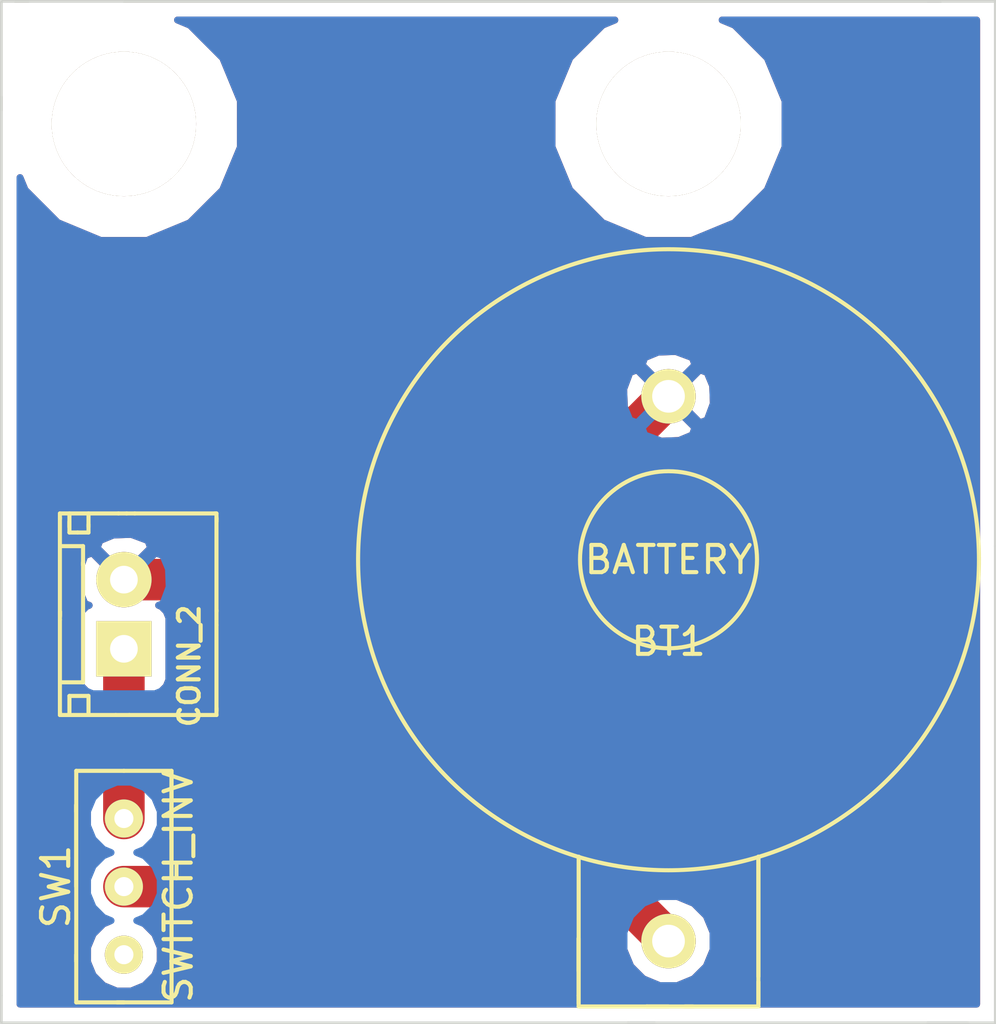
<source format=kicad_pcb>
(kicad_pcb (version 3) (host pcbnew "(2013-07-07 BZR 4022)-stable")

  (general
    (links 3)
    (no_connects 0)
    (area 0 0 0 0)
    (thickness 1.6)
    (drawings 12)
    (tracks 5)
    (zones 0)
    (modules 5)
    (nets 4)
  )

  (page A3)
  (title_block 
    (title LaserPointer)
    (rev 1.0.0)
  )

  (layers
    (15 F.Cu signal)
    (0 B.Cu signal)
    (16 B.Adhes user)
    (17 F.Adhes user)
    (18 B.Paste user)
    (19 F.Paste user)
    (20 B.SilkS user)
    (21 F.SilkS user)
    (22 B.Mask user)
    (23 F.Mask user)
    (24 Dwgs.User user)
    (25 Cmts.User user)
    (26 Eco1.User user)
    (27 Eco2.User user)
    (28 Edge.Cuts user)
  )

  (setup
    (last_trace_width 0.254)
    (trace_clearance 0.254)
    (zone_clearance 0.508)
    (zone_45_only no)
    (trace_min 0.254)
    (segment_width 0.2)
    (edge_width 0.1)
    (via_size 0.889)
    (via_drill 0.635)
    (via_min_size 0.889)
    (via_min_drill 0.508)
    (uvia_size 0.508)
    (uvia_drill 0.127)
    (uvias_allowed no)
    (uvia_min_size 0.508)
    (uvia_min_drill 0.127)
    (pcb_text_width 0.3)
    (pcb_text_size 1.5 1.5)
    (mod_edge_width 0.15)
    (mod_text_size 1 1)
    (mod_text_width 0.15)
    (pad_size 2 2)
    (pad_drill 1.2)
    (pad_to_mask_clearance 0)
    (aux_axis_origin 0 0)
    (visible_elements 7FFFFFFF)
    (pcbplotparams
      (layerselection 283148289)
      (usegerberextensions true)
      (excludeedgelayer true)
      (linewidth 0.150000)
      (plotframeref false)
      (viasonmask false)
      (mode 1)
      (useauxorigin false)
      (hpglpennumber 1)
      (hpglpenspeed 20)
      (hpglpendiameter 15)
      (hpglpenoverlay 2)
      (psnegative false)
      (psa4output false)
      (plotreference true)
      (plotvalue true)
      (plotothertext true)
      (plotinvisibletext false)
      (padsonsilk false)
      (subtractmaskfromsilk true)
      (outputformat 1)
      (mirror false)
      (drillshape 0)
      (scaleselection 1)
      (outputdirectory Gaber/))
  )

  (net 0 "")
  (net 1 GND)
  (net 2 N-000001)
  (net 3 N-000004)

  (net_class Default "これは標準のネット クラスです。"
    (clearance 0.254)
    (trace_width 0.254)
    (via_dia 0.889)
    (via_drill 0.635)
    (uvia_dia 0.508)
    (uvia_drill 0.127)
    (add_net "")
  )

  (net_class 3V ""
    (clearance 0.254)
    (trace_width 1.524)
    (via_dia 1.143)
    (via_drill 0.889)
    (uvia_dia 0.508)
    (uvia_drill 0.127)
    (add_net GND)
    (add_net N-000001)
    (add_net N-000004)
  )

  (module SS-12D00-G5 (layer F.Cu) (tedit 5608F347) (tstamp 5620B6C0)
    (at 23.5 52.5 270)
    (path /5608E292)
    (fp_text reference SW1 (at 0 2.5 270) (layer F.SilkS)
      (effects (font (size 1 1) (thickness 0.15)))
    )
    (fp_text value SWITCH_INV (at 0 -2 270) (layer F.SilkS)
      (effects (font (size 1 1) (thickness 0.15)))
    )
    (fp_line (start 2.75 -1.75) (end 4.25 -1.75) (layer F.SilkS) (width 0.15))
    (fp_line (start 4.25 -1.75) (end 4.25 0.25) (layer F.SilkS) (width 0.15))
    (fp_line (start 4.25 0) (end 4.25 1.75) (layer F.SilkS) (width 0.15))
    (fp_line (start 4.25 1.75) (end 2.5 1.75) (layer F.SilkS) (width 0.15))
    (fp_line (start -4.25 0) (end -4.25 1.75) (layer F.SilkS) (width 0.15))
    (fp_line (start -4.25 1.75) (end -2.75 1.75) (layer F.SilkS) (width 0.15))
    (fp_line (start -4.25 0) (end -4.25 -1.75) (layer F.SilkS) (width 0.15))
    (fp_line (start -4.25 -1.75) (end -1.75 -1.75) (layer F.SilkS) (width 0.15))
    (fp_line (start -1.75 -1.75) (end -4 -1.75) (layer F.SilkS) (width 0.15))
    (fp_line (start 0 -1.75) (end -3 -1.75) (layer F.SilkS) (width 0.15))
    (fp_line (start -3 -1.75) (end 3 -1.75) (layer F.SilkS) (width 0.15))
    (fp_line (start 0 1.75) (end -3 1.75) (layer F.SilkS) (width 0.15))
    (fp_line (start -3 1.75) (end 2.75 1.75) (layer F.SilkS) (width 0.15))
    (pad 1 thru_hole circle (at -2.5 0 270) (size 1.4 1.4) (drill 0.7)
      (layers *.Cu *.Mask F.SilkS)
      (net 2 N-000001)
    )
    (pad 2 thru_hole circle (at 0 0 270) (size 1.4 1.4) (drill 0.7)
      (layers *.Cu *.Mask F.SilkS)
      (net 3 N-000004)
    )
    (pad 3 thru_hole circle (at 2.5 0 270) (size 1.4 1.4) (drill 0.7)
      (layers *.Cu *.Mask F.SilkS)
    )
  )

  (module PIN_ARRAY_2X1 (layer F.Cu) (tedit 559CFB2A) (tstamp 5620B6E9)
    (at 23.5 42.5 90)
    (descr "Connecteurs 2 pins")
    (tags "CONN DEV")
    (path /5608E2AB)
    (fp_text reference J1 (at 0 -1.99898 90) (layer F.SilkS) hide
      (effects (font (size 0.762 0.762) (thickness 0.1524)))
    )
    (fp_text value CONN_2 (at -1.9 2.4 90) (layer F.SilkS)
      (effects (font (size 0.762 0.762) (thickness 0.1524)))
    )
    (fp_line (start 3 -1.7) (end 3 -2) (layer F.SilkS) (width 0.15))
    (fp_line (start 3 -2) (end 3.4 -2) (layer F.SilkS) (width 0.15))
    (fp_line (start 3 -1.7) (end 3 -1.3) (layer F.SilkS) (width 0.15))
    (fp_line (start 3 -1.3) (end 3.3 -1.3) (layer F.SilkS) (width 0.15))
    (fp_line (start 3.7 -2) (end 3.2 -2) (layer F.SilkS) (width 0.15))
    (fp_line (start 3.7 -1.3) (end 3.2 -1.3) (layer F.SilkS) (width 0.15))
    (fp_line (start -3.7 -2) (end -3 -2) (layer F.SilkS) (width 0.15))
    (fp_line (start -3 -2) (end -3 -1.3) (layer F.SilkS) (width 0.15))
    (fp_line (start -3 -1.3) (end -3.7 -1.3) (layer F.SilkS) (width 0.15))
    (fp_line (start 1.8 -1.5) (end 2.5 -1.5) (layer F.SilkS) (width 0.15))
    (fp_line (start 2.5 -1.5) (end 2.5 -2.3) (layer F.SilkS) (width 0.15))
    (fp_line (start -2.5 -2.3) (end -2.5 -1.5) (layer F.SilkS) (width 0.15))
    (fp_line (start -2.5 -1.5) (end 1.9 -1.5) (layer F.SilkS) (width 0.15))
    (fp_line (start 3.7 -0.2) (end 3.7 -2.35) (layer F.SilkS) (width 0.15))
    (fp_line (start 3.7 -2.35) (end 3.5 -2.35) (layer F.SilkS) (width 0.15))
    (fp_line (start -3.7 -0.3) (end -3.7 -2.35) (layer F.SilkS) (width 0.15))
    (fp_line (start -3.7 -2.35) (end -3.65 -2.35) (layer F.SilkS) (width 0.15))
    (fp_line (start -0.1 -2.35) (end 3.55 -2.35) (layer F.SilkS) (width 0.15))
    (fp_line (start -0.2 -2.35) (end -3.6 -2.35) (layer F.SilkS) (width 0.15))
    (fp_line (start -3.6 -2.35) (end -3.65 -2.35) (layer F.SilkS) (width 0.15))
    (fp_line (start 3.7 0.4) (end 3.7 3.35) (layer F.SilkS) (width 0.15))
    (fp_line (start 3.7 3.35) (end 3.7 3.4) (layer F.SilkS) (width 0.15))
    (fp_line (start 3.7 3.4) (end 3.4 3.4) (layer F.SilkS) (width 0.15))
    (fp_line (start 0.1 3.4) (end 3.5 3.4) (layer F.SilkS) (width 0.15))
    (fp_line (start 3.5 3.4) (end 3.55 3.4) (layer F.SilkS) (width 0.15))
    (fp_line (start -3.7 0.2) (end -3.7 3.35) (layer F.SilkS) (width 0.15))
    (fp_line (start -3.7 3.35) (end -3.7 3.4) (layer F.SilkS) (width 0.15))
    (fp_line (start -3.7 3.4) (end -3.45 3.4) (layer F.SilkS) (width 0.15))
    (fp_line (start 0.15 3.4) (end -0.4 3.4) (layer F.SilkS) (width 0.15))
    (fp_line (start -0.4 3.4) (end -3.55 3.4) (layer F.SilkS) (width 0.15))
    (fp_line (start -0.05 -2.35) (end 0.1 -2.35) (layer F.SilkS) (width 0.15))
    (fp_line (start 0.1 -2.35) (end -0.2 -2.35) (layer F.SilkS) (width 0.15))
    (fp_line (start 3.7 -0.2) (end 3.7 0.1) (layer F.SilkS) (width 0.15))
    (fp_line (start 3.7 0.1) (end 3.7 0.4) (layer F.SilkS) (width 0.15))
    (fp_line (start -3.7 -0.3) (end -3.7 0.2) (layer F.SilkS) (width 0.15))
    (pad 1 thru_hole rect (at -1.27 0 90) (size 2.032 2.032) (drill 1.016)
      (layers *.Cu *.Mask F.SilkS)
      (net 2 N-000001)
    )
    (pad 2 thru_hole circle (at 1.27 0 90) (size 2.032 2.032) (drill 1.016)
      (layers *.Cu *.Mask F.SilkS)
      (net 1 GND)
    )
    (model pin_array/pins_array_2x1.wrl
      (at (xyz 0 0 0))
      (scale (xyz 1 1 1))
      (rotate (xyz 0 0 0))
    )
  )

  (module CH25-2032LF (layer F.Cu) (tedit 561F7815) (tstamp 5620B6FC)
    (at 43.5 40.5)
    (path /5608E1CE)
    (fp_text reference BT1 (at 0 3) (layer F.SilkS)
      (effects (font (size 1 1) (thickness 0.15)))
    )
    (fp_text value BATTERY (at 0 0) (layer F.SilkS)
      (effects (font (size 1 1) (thickness 0.15)))
    )
    (fp_line (start 0.6 16.4) (end 3.3 16.4) (layer F.SilkS) (width 0.15))
    (fp_line (start 3.3 16.4) (end 3.3 15.5) (layer F.SilkS) (width 0.15))
    (fp_line (start -0.8 16.4) (end -3.3 16.4) (layer F.SilkS) (width 0.15))
    (fp_line (start -3.3 16.4) (end -3.3 16) (layer F.SilkS) (width 0.15))
    (fp_line (start -3.3 16.3) (end -3.3 10.9) (layer F.SilkS) (width 0.15))
    (fp_line (start 3.3 15.3) (end 3.3 10.9) (layer F.SilkS) (width 0.15))
    (fp_line (start 3.3 10.9) (end 3.3 16.3) (layer F.SilkS) (width 0.15))
    (fp_line (start -3.3 15.1) (end -3.3 13.9) (layer F.SilkS) (width 0.15))
    (fp_line (start -3.3 13.9) (end -3.3 16) (layer F.SilkS) (width 0.15))
    (fp_line (start 0 16.4) (end -0.8 16.4) (layer F.SilkS) (width 0.15))
    (fp_line (start -0.8 16.4) (end 0.9 16.4) (layer F.SilkS) (width 0.15))
    (fp_circle (center 0 0) (end 11.4 0) (layer F.SilkS) (width 0.15))
    (fp_circle (center 0 0) (end 3.25 0) (layer F.SilkS) (width 0.15))
    (pad 2 thru_hole circle (at 0 -6) (size 2 2) (drill 1.2)
      (layers *.Cu *.Mask F.SilkS)
      (net 1 GND)
    )
    (pad 1 thru_hole circle (at 0 14) (size 2 2) (drill 1.2)
      (layers *.Cu *.Mask F.SilkS)
      (net 3 N-000004)
    )
  )

  (module HOLE_M5 (layer F.Cu) (tedit 5608F67E) (tstamp 5620B78E)
    (at 43.5 24.5)
    (fp_text reference Ref** (at 0 0) (layer F.SilkS) hide
      (effects (font (size 1.00076 1.00076) (thickness 0.20066)))
    )
    (fp_text value Val** (at 0 0) (layer F.SilkS) hide
      (effects (font (size 1.00076 1.00076) (thickness 0.20066)))
    )
    (pad "" thru_hole circle (at 0 0) (size 5.3 5.3) (drill 5.3)
      (layers *.Cu *.Mask F.SilkS)
      (clearance 1.50114)
    )
  )

  (module HOLE_M5 (layer F.Cu) (tedit 5608F67E) (tstamp 5620B797)
    (at 23.5 24.5)
    (fp_text reference Ref** (at 0 0) (layer F.SilkS) hide
      (effects (font (size 1.00076 1.00076) (thickness 0.20066)))
    )
    (fp_text value Val** (at 0 0) (layer F.SilkS) hide
      (effects (font (size 1.00076 1.00076) (thickness 0.20066)))
    )
    (pad "" thru_hole circle (at 0 0) (size 5.3 5.3) (drill 5.3)
      (layers *.Cu *.Mask F.SilkS)
      (clearance 1.50114)
    )
  )

  (gr_line (start 19 57.5) (end 19 56.5) (angle 90) (layer Edge.Cuts) (width 0.1))
  (gr_line (start 43 57.5) (end 19 57.5) (angle 90) (layer Edge.Cuts) (width 0.1))
  (gr_line (start 55.5 57.5) (end 53 57.5) (angle 90) (layer Edge.Cuts) (width 0.1))
  (gr_line (start 55.5 40) (end 55.5 57.5) (angle 90) (layer Edge.Cuts) (width 0.1))
  (gr_line (start 42 57.5) (end 54.5 57.5) (angle 90) (layer Edge.Cuts) (width 0.1))
  (gr_line (start 55.5 20) (end 53 20) (angle 90) (layer Edge.Cuts) (width 0.1))
  (gr_line (start 55.5 40) (end 55.5 20) (angle 90) (layer Edge.Cuts) (width 0.1))
  (gr_line (start 19 23.5) (end 19 56.5) (angle 90) (layer Edge.Cuts) (width 0.1))
  (gr_line (start 19 20) (end 20 20) (angle 90) (layer Edge.Cuts) (width 0.1))
  (gr_line (start 19 24) (end 19 20) (angle 90) (layer Edge.Cuts) (width 0.1))
  (gr_line (start 53.5 20) (end 19.5 20) (angle 90) (layer Edge.Cuts) (width 0.1))
  (gr_line (start 23.5 20) (end 53.5 20) (angle 90) (layer Edge.Cuts) (width 0.1))

  (segment (start 23.5 41.23) (end 36.77 41.23) (width 1.524) (layer F.Cu) (net 1))
  (segment (start 36.77 41.23) (end 43.5 34.5) (width 1.524) (layer F.Cu) (net 1) (tstamp 5620B7A6))
  (segment (start 23.5 43.77) (end 23.5 50) (width 1.524) (layer F.Cu) (net 2))
  (segment (start 23.5 52.5) (end 41.5 52.5) (width 1.524) (layer F.Cu) (net 3))
  (segment (start 41.5 52.5) (end 43.5 54.5) (width 1.524) (layer F.Cu) (net 3) (tstamp 5620B7AC))

  (zone (net 1) (net_name GND) (layer F.Cu) (tstamp 5620B7AF) (hatch edge 0.508)
    (connect_pads (clearance 0.508))
    (min_thickness 0.254)
    (fill (arc_segments 16) (thermal_gap 0.508) (thermal_bridge_width 0.508))
    (polygon
      (pts
        (xy 55 57) (xy 19.5 57) (xy 19.5 20.5) (xy 55 20.5)
      )
    )
    (filled_polygon
      (pts
        (xy 54.815 56.815) (xy 54.5 56.815) (xy 53 56.815) (xy 45.145908 56.815) (xy 45.145908 34.764538)
        (xy 45.121855 34.11454) (xy 44.919386 33.625737) (xy 44.65253 33.527075) (xy 44.472925 33.70668) (xy 44.472925 33.34747)
        (xy 44.374263 33.080614) (xy 43.764538 32.854092) (xy 43.11454 32.878145) (xy 42.625737 33.080614) (xy 42.527075 33.34747)
        (xy 43.5 34.320395) (xy 44.472925 33.34747) (xy 44.472925 33.70668) (xy 43.679605 34.5) (xy 44.65253 35.472925)
        (xy 44.919386 35.374263) (xy 45.145908 34.764538) (xy 45.145908 56.815) (xy 45.135283 56.815) (xy 45.135283 54.176205)
        (xy 44.886893 53.575057) (xy 44.472925 53.160365) (xy 44.472925 35.65253) (xy 43.5 34.679605) (xy 43.320395 34.85921)
        (xy 43.320395 34.5) (xy 42.34747 33.527075) (xy 42.080614 33.625737) (xy 41.854092 34.235462) (xy 41.878145 34.88546)
        (xy 42.080614 35.374263) (xy 42.34747 35.472925) (xy 43.320395 34.5) (xy 43.320395 34.85921) (xy 42.527075 35.65253)
        (xy 42.625737 35.919386) (xy 43.235462 36.145908) (xy 43.88546 36.121855) (xy 44.374263 35.919386) (xy 44.472925 35.65253)
        (xy 44.472925 53.160365) (xy 44.427362 53.114723) (xy 43.85109 52.875434) (xy 42.487828 51.512172) (xy 42.034609 51.20934)
        (xy 41.5 51.103) (xy 24.315461 51.103) (xy 24.487828 50.987828) (xy 24.79066 50.534609) (xy 24.897 50)
        (xy 24.897 45.302907) (xy 25.054013 45.146168) (xy 25.150889 44.912864) (xy 25.15111 44.660245) (xy 25.15111 42.628245)
        (xy 25.054641 42.394771) (xy 24.876168 42.215987) (xy 24.773693 42.173436) (xy 24.932622 42.11388) (xy 25.161816 41.498358)
        (xy 25.138014 40.841981) (xy 24.932622 40.34612) (xy 24.664107 40.245498) (xy 24.484502 40.425103) (xy 24.484502 40.065893)
        (xy 24.38388 39.797378) (xy 23.768358 39.568184) (xy 23.111981 39.591986) (xy 22.61612 39.797378) (xy 22.515498 40.065893)
        (xy 23.5 41.050395) (xy 24.484502 40.065893) (xy 24.484502 40.425103) (xy 23.679605 41.23) (xy 23.693747 41.244142)
        (xy 23.514142 41.423747) (xy 23.5 41.409605) (xy 23.485857 41.423747) (xy 23.306252 41.244142) (xy 23.320395 41.23)
        (xy 22.335893 40.245498) (xy 22.067378 40.34612) (xy 21.838184 40.961642) (xy 21.861986 41.618019) (xy 22.067378 42.11388)
        (xy 22.226267 42.173421) (xy 22.124771 42.215359) (xy 21.945987 42.393832) (xy 21.849111 42.627136) (xy 21.84889 42.879755)
        (xy 21.84889 44.911755) (xy 21.945359 45.145229) (xy 22.103 45.303144) (xy 22.103 50) (xy 22.20934 50.534609)
        (xy 22.512172 50.987828) (xy 22.904539 51.25) (xy 22.512172 51.512172) (xy 22.20934 51.965391) (xy 22.103 52.5)
        (xy 22.20934 53.034609) (xy 22.512172 53.487828) (xy 22.952226 53.781863) (xy 22.744771 53.867582) (xy 22.368902 54.242796)
        (xy 22.165232 54.733287) (xy 22.164769 55.264383) (xy 22.367582 55.755229) (xy 22.742796 56.131098) (xy 23.233287 56.334768)
        (xy 23.764383 56.335231) (xy 24.255229 56.132418) (xy 24.631098 55.757204) (xy 24.834768 55.266713) (xy 24.835231 54.735617)
        (xy 24.632418 54.244771) (xy 24.285253 53.897) (xy 40.921344 53.897) (xy 41.87639 54.852046) (xy 42.113107 55.424943)
        (xy 42.572638 55.885277) (xy 43.173352 56.134715) (xy 43.823795 56.135283) (xy 44.424943 55.886893) (xy 44.885277 55.427362)
        (xy 45.134715 54.826648) (xy 45.135283 54.176205) (xy 45.135283 56.815) (xy 43 56.815) (xy 42 56.815)
        (xy 19.685 56.815) (xy 19.685 56.5) (xy 19.685 26.469917) (xy 19.871055 26.920205) (xy 21.073465 28.124715)
        (xy 22.645292 28.777395) (xy 24.347241 28.77888) (xy 25.920205 28.128945) (xy 27.124715 26.926535) (xy 27.777395 25.354708)
        (xy 27.77888 23.652759) (xy 27.128945 22.079795) (xy 25.926535 20.875285) (xy 25.468278 20.685) (xy 41.530082 20.685)
        (xy 41.079795 20.871055) (xy 39.875285 22.073465) (xy 39.222605 23.645292) (xy 39.22112 25.347241) (xy 39.871055 26.920205)
        (xy 41.073465 28.124715) (xy 42.645292 28.777395) (xy 44.347241 28.77888) (xy 45.920205 28.128945) (xy 47.124715 26.926535)
        (xy 47.777395 25.354708) (xy 47.77888 23.652759) (xy 47.128945 22.079795) (xy 45.926535 20.875285) (xy 45.468278 20.685)
        (xy 53 20.685) (xy 53.5 20.685) (xy 54.815 20.685) (xy 54.815 40) (xy 54.815 56.815)
      )
    )
  )
  (zone (net 1) (net_name GND) (layer B.Cu) (tstamp 5620B7B1) (hatch edge 0.508)
    (connect_pads (clearance 0.508))
    (min_thickness 0.254)
    (fill (arc_segments 16) (thermal_gap 0.508) (thermal_bridge_width 0.508))
    (polygon
      (pts
        (xy 55 57) (xy 19.5 57) (xy 19.5 20.5) (xy 55 20.5)
      )
    )
    (filled_polygon
      (pts
        (xy 54.815 56.815) (xy 54.5 56.815) (xy 53 56.815) (xy 45.145908 56.815) (xy 45.145908 34.764538)
        (xy 45.121855 34.11454) (xy 44.919386 33.625737) (xy 44.65253 33.527075) (xy 44.472925 33.70668) (xy 44.472925 33.34747)
        (xy 44.374263 33.080614) (xy 43.764538 32.854092) (xy 43.11454 32.878145) (xy 42.625737 33.080614) (xy 42.527075 33.34747)
        (xy 43.5 34.320395) (xy 44.472925 33.34747) (xy 44.472925 33.70668) (xy 43.679605 34.5) (xy 44.65253 35.472925)
        (xy 44.919386 35.374263) (xy 45.145908 34.764538) (xy 45.145908 56.815) (xy 45.135283 56.815) (xy 45.135283 54.176205)
        (xy 44.886893 53.575057) (xy 44.472925 53.160365) (xy 44.472925 35.65253) (xy 43.5 34.679605) (xy 43.320395 34.85921)
        (xy 43.320395 34.5) (xy 42.34747 33.527075) (xy 42.080614 33.625737) (xy 41.854092 34.235462) (xy 41.878145 34.88546)
        (xy 42.080614 35.374263) (xy 42.34747 35.472925) (xy 43.320395 34.5) (xy 43.320395 34.85921) (xy 42.527075 35.65253)
        (xy 42.625737 35.919386) (xy 43.235462 36.145908) (xy 43.88546 36.121855) (xy 44.374263 35.919386) (xy 44.472925 35.65253)
        (xy 44.472925 53.160365) (xy 44.427362 53.114723) (xy 43.826648 52.865285) (xy 43.176205 52.864717) (xy 42.575057 53.113107)
        (xy 42.114723 53.572638) (xy 41.865285 54.173352) (xy 41.864717 54.823795) (xy 42.113107 55.424943) (xy 42.572638 55.885277)
        (xy 43.173352 56.134715) (xy 43.823795 56.135283) (xy 44.424943 55.886893) (xy 44.885277 55.427362) (xy 45.134715 54.826648)
        (xy 45.135283 54.176205) (xy 45.135283 56.815) (xy 43 56.815) (xy 42 56.815) (xy 25.161816 56.815)
        (xy 25.161816 41.498358) (xy 25.138014 40.841981) (xy 24.932622 40.34612) (xy 24.664107 40.245498) (xy 24.484502 40.425103)
        (xy 24.484502 40.065893) (xy 24.38388 39.797378) (xy 23.768358 39.568184) (xy 23.111981 39.591986) (xy 22.61612 39.797378)
        (xy 22.515498 40.065893) (xy 23.5 41.050395) (xy 24.484502 40.065893) (xy 24.484502 40.425103) (xy 23.679605 41.23)
        (xy 23.693747 41.244142) (xy 23.514142 41.423747) (xy 23.5 41.409605) (xy 23.485857 41.423747) (xy 23.306252 41.244142)
        (xy 23.320395 41.23) (xy 22.335893 40.245498) (xy 22.067378 40.34612) (xy 21.838184 40.961642) (xy 21.861986 41.618019)
        (xy 22.067378 42.11388) (xy 22.226267 42.173421) (xy 22.124771 42.215359) (xy 21.945987 42.393832) (xy 21.849111 42.627136)
        (xy 21.84889 42.879755) (xy 21.84889 44.911755) (xy 21.945359 45.145229) (xy 22.123832 45.324013) (xy 22.357136 45.420889)
        (xy 22.609755 45.42111) (xy 24.641755 45.42111) (xy 24.875229 45.324641) (xy 25.054013 45.146168) (xy 25.150889 44.912864)
        (xy 25.15111 44.660245) (xy 25.15111 42.628245) (xy 25.054641 42.394771) (xy 24.876168 42.215987) (xy 24.773693 42.173436)
        (xy 24.932622 42.11388) (xy 25.161816 41.498358) (xy 25.161816 56.815) (xy 24.835231 56.815) (xy 24.835231 54.735617)
        (xy 24.632418 54.244771) (xy 24.257204 53.868902) (xy 23.970757 53.749958) (xy 24.255229 53.632418) (xy 24.631098 53.257204)
        (xy 24.834768 52.766713) (xy 24.835231 52.235617) (xy 24.632418 51.744771) (xy 24.257204 51.368902) (xy 23.970757 51.249958)
        (xy 24.255229 51.132418) (xy 24.631098 50.757204) (xy 24.834768 50.266713) (xy 24.835231 49.735617) (xy 24.632418 49.244771)
        (xy 24.257204 48.868902) (xy 23.766713 48.665232) (xy 23.235617 48.664769) (xy 22.744771 48.867582) (xy 22.368902 49.242796)
        (xy 22.165232 49.733287) (xy 22.164769 50.264383) (xy 22.367582 50.755229) (xy 22.742796 51.131098) (xy 23.029242 51.250041)
        (xy 22.744771 51.367582) (xy 22.368902 51.742796) (xy 22.165232 52.233287) (xy 22.164769 52.764383) (xy 22.367582 53.255229)
        (xy 22.742796 53.631098) (xy 23.029242 53.750041) (xy 22.744771 53.867582) (xy 22.368902 54.242796) (xy 22.165232 54.733287)
        (xy 22.164769 55.264383) (xy 22.367582 55.755229) (xy 22.742796 56.131098) (xy 23.233287 56.334768) (xy 23.764383 56.335231)
        (xy 24.255229 56.132418) (xy 24.631098 55.757204) (xy 24.834768 55.266713) (xy 24.835231 54.735617) (xy 24.835231 56.815)
        (xy 19.685 56.815) (xy 19.685 56.5) (xy 19.685 26.469917) (xy 19.871055 26.920205) (xy 21.073465 28.124715)
        (xy 22.645292 28.777395) (xy 24.347241 28.77888) (xy 25.920205 28.128945) (xy 27.124715 26.926535) (xy 27.777395 25.354708)
        (xy 27.77888 23.652759) (xy 27.128945 22.079795) (xy 25.926535 20.875285) (xy 25.468278 20.685) (xy 41.530082 20.685)
        (xy 41.079795 20.871055) (xy 39.875285 22.073465) (xy 39.222605 23.645292) (xy 39.22112 25.347241) (xy 39.871055 26.920205)
        (xy 41.073465 28.124715) (xy 42.645292 28.777395) (xy 44.347241 28.77888) (xy 45.920205 28.128945) (xy 47.124715 26.926535)
        (xy 47.777395 25.354708) (xy 47.77888 23.652759) (xy 47.128945 22.079795) (xy 45.926535 20.875285) (xy 45.468278 20.685)
        (xy 53 20.685) (xy 53.5 20.685) (xy 54.815 20.685) (xy 54.815 40) (xy 54.815 56.815)
      )
    )
  )
)

</source>
